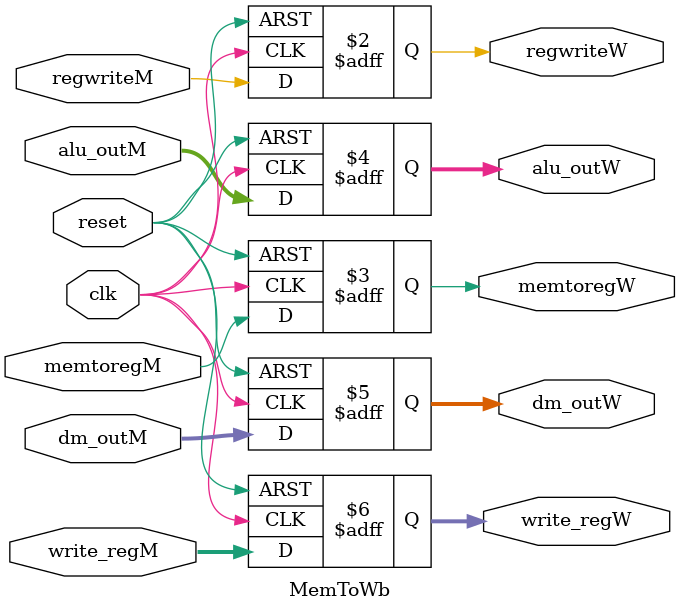
<source format=v>
`timescale 1ns / 1ps


module MemToWb(
    input clk, reset,
    input regwriteM,
    input memtoregM,
    output reg regwriteW,
    output reg memtoregW,
    input [31:0] alu_outM,
    output reg [31:0] alu_outW,
    input [31:0] dm_outM,
    output reg [31:0] dm_outW,
    input [4:0] write_regM,
    output reg [4:0] write_regW
    );
    always @(posedge clk, posedge reset) begin
        if (reset) begin
            regwriteW <= 0;
            memtoregW <= 0;
            alu_outW <= 0;
            dm_outW <= 0;
            write_regW <= 0;
        end
        else begin
            regwriteW <= regwriteM;
            memtoregW <= memtoregM;
            alu_outW <= alu_outM;
            dm_outW <= dm_outM;
            write_regW <= write_regM;
        end
    end
endmodule

</source>
